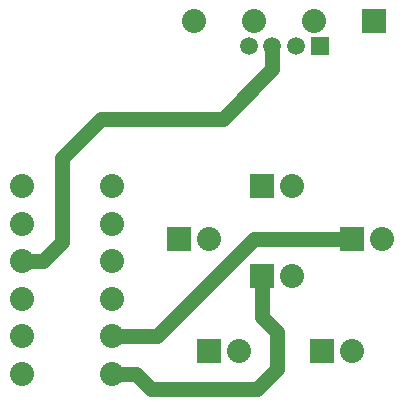
<source format=gtl>
G04 #@! TF.FileFunction,Copper,L1,Top,Signal*
%FSLAX46Y46*%
G04 Gerber Fmt 4.6, Leading zero omitted, Abs format (unit mm)*
G04 Created by KiCad (PCBNEW 4.0.4-stable) date 01/06/17 10:27:03*
%MOMM*%
%LPD*%
G01*
G04 APERTURE LIST*
%ADD10C,0.150000*%
%ADD11C,2.032000*%
%ADD12R,2.032000X2.032000*%
%ADD13R,1.500000X1.500000*%
%ADD14C,1.500000*%
%ADD15C,1.270000*%
%ADD16C,0.762000*%
G04 APERTURE END LIST*
D10*
D11*
X26670000Y31750000D03*
D12*
X24130000Y31750000D03*
D11*
X19685000Y27305000D03*
D12*
X17145000Y27305000D03*
D11*
X22225000Y17780000D03*
D12*
X19685000Y17780000D03*
D11*
X31750000Y17780000D03*
D12*
X29210000Y17780000D03*
D11*
X34290000Y27305000D03*
D12*
X31750000Y27305000D03*
D11*
X26670000Y24130000D03*
D12*
X24130000Y24130000D03*
X33655000Y45720000D03*
D11*
X28575000Y45720000D03*
X23495000Y45720000D03*
X18415000Y45720000D03*
D13*
X29035000Y43609000D03*
D14*
X27035000Y43609000D03*
X25035000Y43609000D03*
X23035000Y43609000D03*
D11*
X11430000Y31750000D03*
X3810000Y31750000D03*
X11430000Y28575000D03*
X3810000Y28575000D03*
X11430000Y25400000D03*
X3810000Y25400000D03*
X11430000Y22225000D03*
X3810000Y22225000D03*
X11430000Y19050000D03*
X3810000Y19050000D03*
X11430000Y15875000D03*
X3810000Y15875000D03*
D15*
X25035000Y43609000D02*
X25035000Y41672000D01*
X5588000Y25400000D02*
X3810000Y25400000D01*
X7239000Y27051000D02*
X5588000Y25400000D01*
X7239000Y34163000D02*
X7239000Y27051000D01*
X10541000Y37465000D02*
X7239000Y34163000D01*
X20828000Y37465000D02*
X10541000Y37465000D01*
X25035000Y41672000D02*
X20828000Y37465000D01*
X11430000Y19050000D02*
X15240000Y19050000D01*
X15240000Y19050000D02*
X23495000Y27305000D01*
X23495000Y27305000D02*
X31750000Y27305000D01*
D16*
X23495000Y27305000D02*
X31750000Y27305000D01*
X15240000Y19050000D02*
X23495000Y27305000D01*
D15*
X24130000Y24130000D02*
X24130000Y20701000D01*
X23749000Y14605000D02*
X21082000Y14605000D01*
X25400000Y16256000D02*
X23749000Y14605000D01*
X25400000Y19431000D02*
X25400000Y16256000D01*
X24130000Y20701000D02*
X25400000Y19431000D01*
X11430000Y15875000D02*
X13462000Y15875000D01*
X14732000Y14605000D02*
X21082000Y14605000D01*
X13462000Y15875000D02*
X14732000Y14605000D01*
M02*

</source>
